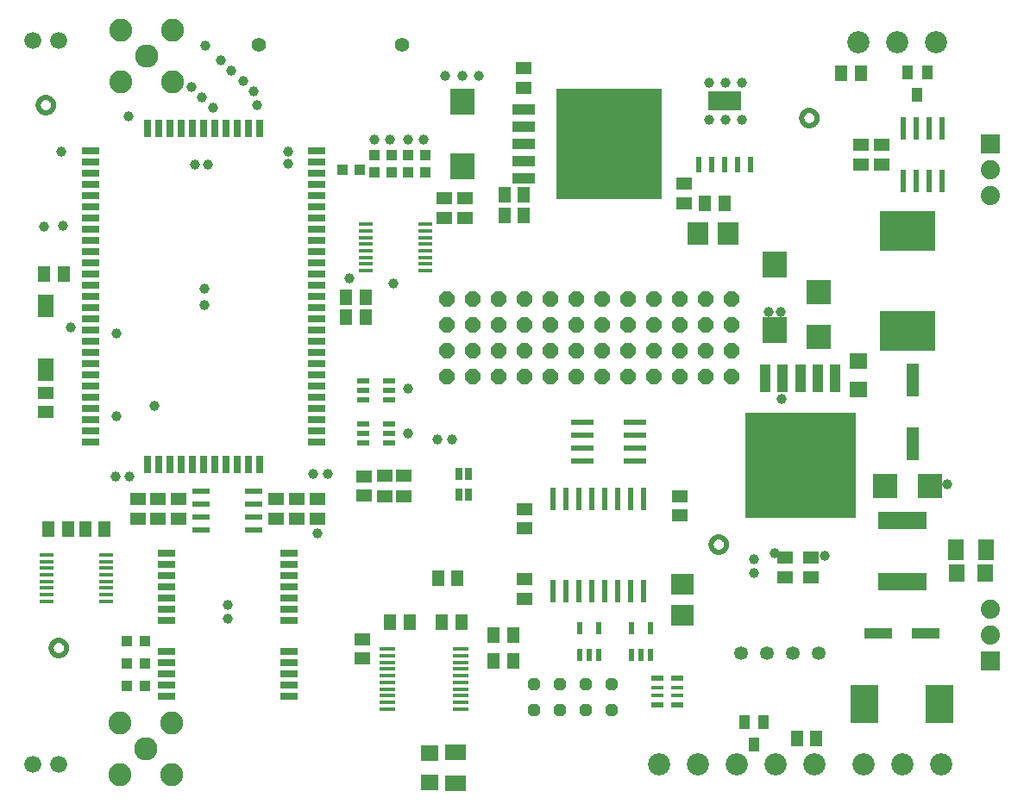
<source format=gts>
G75*
%MOIN*%
%OFA0B0*%
%FSLAX24Y24*%
%IPPOS*%
%LPD*%
%AMOC8*
5,1,8,0,0,1.08239X$1,22.5*
%
%ADD10R,0.0945X0.0945*%
%ADD11R,0.2126X0.1575*%
%ADD12R,0.0945X0.1024*%
%ADD13R,0.1102X0.1496*%
%ADD14R,0.0512X0.1299*%
%ADD15C,0.0860*%
%ADD16R,0.0591X0.0512*%
%ADD17R,0.0591X0.0787*%
%ADD18R,0.0630X0.0710*%
%ADD19R,0.4252X0.4098*%
%ADD20R,0.0420X0.1050*%
%ADD21R,0.0709X0.0315*%
%ADD22R,0.0315X0.0709*%
%ADD23R,0.0512X0.0591*%
%ADD24R,0.0591X0.0157*%
%ADD25OC8,0.0480*%
%ADD26R,0.0394X0.0551*%
%ADD27R,0.0453X0.0173*%
%ADD28R,0.0453X0.0248*%
%ADD29R,0.0787X0.0591*%
%ADD30R,0.0710X0.0630*%
%ADD31R,0.4098X0.4252*%
%ADD32R,0.0850X0.0420*%
%ADD33R,0.0394X0.0433*%
%ADD34R,0.0630X0.0906*%
%ADD35C,0.0551*%
%ADD36R,0.0220X0.0900*%
%ADD37C,0.0531*%
%ADD38R,0.0866X0.0787*%
%ADD39C,0.0900*%
%ADD40C,0.0886*%
%ADD41R,0.0787X0.0866*%
%ADD42R,0.0220X0.0500*%
%ADD43R,0.0580X0.0140*%
%ADD44R,0.0709X0.0630*%
%ADD45R,0.0591X0.0472*%
%ADD46R,0.0740X0.0740*%
%ADD47C,0.0740*%
%ADD48C,0.0660*%
%ADD49R,0.0500X0.0220*%
%ADD50R,0.0870X0.0240*%
%ADD51R,0.0236X0.0866*%
%ADD52R,0.0630X0.0512*%
%ADD53R,0.1102X0.0394*%
%ADD54R,0.1850X0.0689*%
%ADD55R,0.0433X0.0394*%
%ADD56R,0.0240X0.0640*%
%ADD57R,0.1250X0.0730*%
%ADD58OC8,0.0600*%
%ADD59C,0.0197*%
%ADD60R,0.0670X0.0210*%
%ADD61R,0.0250X0.0500*%
%ADD62C,0.0394*%
D10*
X038789Y020648D03*
X038789Y022380D03*
X041356Y014884D03*
X043088Y014884D03*
D11*
X042216Y020888D03*
X042216Y024746D03*
D12*
X037080Y023443D03*
X037080Y020923D03*
X025023Y027242D03*
X025023Y029762D03*
D13*
X040549Y006439D03*
X043462Y006439D03*
D14*
X042423Y016528D03*
X042423Y018988D03*
D15*
X041809Y032030D03*
X043309Y032030D03*
X040309Y032030D03*
X040502Y004109D03*
X042002Y004109D03*
X043502Y004109D03*
X038604Y004109D03*
X037104Y004109D03*
X035604Y004109D03*
X034104Y004109D03*
X032604Y004109D03*
D16*
X027411Y010526D03*
X027411Y011274D03*
X027411Y013234D03*
X027411Y013983D03*
X033423Y013734D03*
X033423Y014483D03*
X021218Y014502D03*
X021218Y015250D03*
X019407Y014372D03*
X018620Y014372D03*
X018620Y013624D03*
X019407Y013624D03*
X017832Y013624D03*
X017832Y014372D03*
X014053Y014372D03*
X014053Y013624D03*
X013265Y013624D03*
X012478Y013624D03*
X012478Y014372D03*
X013265Y014372D03*
X008923Y017734D03*
X008923Y018483D03*
X021165Y008955D03*
X021165Y008207D03*
X024303Y025248D03*
X024303Y025996D03*
X025104Y025996D03*
X025104Y025248D03*
X027387Y030294D03*
X027387Y031043D03*
X033598Y026573D03*
X033598Y025825D03*
X040431Y027325D03*
X040431Y028073D03*
D17*
X044082Y012408D03*
X045263Y012408D03*
D18*
X045233Y011508D03*
X044113Y011508D03*
D19*
X038069Y015675D03*
D20*
X038069Y019055D03*
X038739Y019055D03*
X039409Y019055D03*
X037399Y019055D03*
X036729Y019055D03*
D21*
X019393Y019177D03*
X019393Y018744D03*
X019393Y018311D03*
X019393Y017878D03*
X019393Y017445D03*
X019393Y017012D03*
X019393Y016579D03*
X019393Y019610D03*
X019393Y020043D03*
X019393Y020476D03*
X019393Y020909D03*
X019393Y021342D03*
X019393Y021775D03*
X019393Y022209D03*
X019393Y022642D03*
X019393Y023075D03*
X019393Y023508D03*
X019393Y023941D03*
X019393Y024374D03*
X019393Y024807D03*
X019393Y025240D03*
X019393Y025673D03*
X019393Y026106D03*
X019393Y026539D03*
X019393Y026972D03*
X019393Y027405D03*
X019393Y027838D03*
X010653Y027838D03*
X010653Y027405D03*
X010653Y026972D03*
X010653Y026539D03*
X010653Y026106D03*
X010653Y025673D03*
X010653Y025240D03*
X010653Y024807D03*
X010653Y024374D03*
X010653Y023941D03*
X010653Y023508D03*
X010653Y023075D03*
X010653Y022642D03*
X010653Y022209D03*
X010653Y021775D03*
X010653Y021342D03*
X010653Y020909D03*
X010653Y020476D03*
X010653Y020043D03*
X010653Y019610D03*
X010653Y019177D03*
X010653Y018744D03*
X010653Y018311D03*
X010653Y017878D03*
X010653Y017445D03*
X010653Y017012D03*
X010653Y016579D03*
X013580Y012266D03*
X013580Y011833D03*
X013580Y011400D03*
X013580Y010967D03*
X013580Y010534D03*
X013580Y010101D03*
X013580Y009668D03*
X013580Y008486D03*
X013580Y008053D03*
X013580Y007620D03*
X013580Y007187D03*
X013580Y006754D03*
X018305Y006754D03*
X018305Y007187D03*
X018305Y007620D03*
X018305Y008053D03*
X018305Y008486D03*
X018305Y009668D03*
X018305Y010101D03*
X018305Y010534D03*
X018305Y010967D03*
X018305Y011400D03*
X018305Y011833D03*
X018305Y012266D03*
D22*
X017188Y015712D03*
X016755Y015712D03*
X016322Y015712D03*
X015889Y015712D03*
X015456Y015712D03*
X015023Y015712D03*
X014590Y015712D03*
X014157Y015712D03*
X013724Y015712D03*
X013291Y015712D03*
X012857Y015712D03*
X012857Y028705D03*
X013291Y028705D03*
X013724Y028705D03*
X014157Y028705D03*
X014590Y028705D03*
X015023Y028705D03*
X015456Y028705D03*
X015889Y028705D03*
X016322Y028705D03*
X016755Y028705D03*
X017188Y028705D03*
D23*
X009612Y023085D03*
X008864Y023085D03*
X020529Y022187D03*
X021277Y022187D03*
X021277Y021400D03*
X020529Y021400D03*
X026649Y025337D03*
X027397Y025337D03*
X027397Y026140D03*
X026649Y026140D03*
X034387Y025809D03*
X035135Y025809D03*
X039663Y030849D03*
X040411Y030849D03*
X024828Y011313D03*
X024080Y011313D03*
X024230Y009609D03*
X024978Y009609D03*
X026230Y009109D03*
X026978Y009109D03*
X026978Y008109D03*
X026230Y008109D03*
X022978Y009609D03*
X022230Y009609D03*
X011198Y013211D03*
X010450Y013211D03*
X009781Y013211D03*
X009033Y013211D03*
X037935Y005116D03*
X038683Y005116D03*
D24*
X024965Y006262D03*
X024965Y006518D03*
X024965Y006773D03*
X024965Y007029D03*
X024965Y007285D03*
X024965Y007541D03*
X024965Y007797D03*
X024965Y008053D03*
X024965Y008309D03*
X024965Y008565D03*
X022111Y008565D03*
X022111Y008309D03*
X022111Y008053D03*
X022111Y007797D03*
X022111Y007541D03*
X022111Y007285D03*
X022111Y007029D03*
X022111Y006773D03*
X022111Y006518D03*
X022111Y006262D03*
D25*
X027791Y006209D03*
X028791Y006209D03*
X029791Y006209D03*
X030791Y006209D03*
X030791Y007209D03*
X029791Y007209D03*
X028791Y007209D03*
X027791Y007209D03*
D26*
X035915Y005734D03*
X036663Y005734D03*
X036289Y004868D03*
X042596Y030022D03*
X042222Y030888D03*
X042970Y030888D03*
D27*
X033322Y007089D03*
X033322Y006774D03*
X032555Y006774D03*
X032555Y007089D03*
D28*
X032555Y007441D03*
X033322Y007441D03*
X033322Y006421D03*
X032555Y006421D03*
D29*
X024750Y004569D03*
X024750Y003388D03*
D30*
X023750Y003419D03*
X023750Y004538D03*
D31*
X030667Y028109D03*
D32*
X027387Y028109D03*
X027387Y028779D03*
X027387Y029449D03*
X027387Y027439D03*
X027387Y026769D03*
D33*
X023573Y027024D03*
X022923Y027024D03*
X022923Y027693D03*
X023573Y027693D03*
X022273Y027693D03*
X021623Y027693D03*
X021623Y027024D03*
X021057Y027109D03*
X020388Y027109D03*
X022273Y027024D03*
X012734Y008014D03*
X012065Y008014D03*
X012065Y007148D03*
X012734Y007148D03*
D34*
X008923Y019368D03*
X008923Y021849D03*
D35*
X017163Y031951D03*
X022675Y031951D03*
D36*
X028504Y014389D03*
X029004Y014389D03*
X029504Y014389D03*
X030004Y014389D03*
X030504Y014389D03*
X031004Y014389D03*
X031504Y014389D03*
X032004Y014389D03*
X032004Y010829D03*
X031504Y010829D03*
X031004Y010829D03*
X030504Y010829D03*
X030004Y010829D03*
X029504Y010829D03*
X029004Y010829D03*
X028504Y010829D03*
D37*
X035781Y008408D03*
X036781Y008408D03*
X037781Y008408D03*
X038781Y008408D03*
D38*
X033531Y009894D03*
X033531Y011075D03*
D39*
X012793Y004707D03*
X012817Y031502D03*
D40*
X013820Y030498D03*
X011813Y030498D03*
X011813Y032506D03*
X013820Y032506D03*
X013797Y005711D03*
X011789Y005711D03*
X011789Y003703D03*
X013797Y003703D03*
D41*
X034108Y024652D03*
X035289Y024652D03*
D42*
X032293Y009369D03*
X031553Y009369D03*
X031553Y008349D03*
X031923Y008349D03*
X032293Y008349D03*
X030293Y008349D03*
X029923Y008349D03*
X029553Y008349D03*
X029553Y009369D03*
X030293Y009369D03*
D43*
X023573Y023209D03*
X023573Y023469D03*
X023573Y023729D03*
X023573Y023979D03*
X023573Y024239D03*
X023573Y024489D03*
X023573Y024749D03*
X023573Y025009D03*
X021273Y025009D03*
X021273Y024749D03*
X021273Y024489D03*
X021273Y024239D03*
X021273Y023979D03*
X021273Y023729D03*
X021273Y023469D03*
X021273Y023209D03*
X011266Y012221D03*
X011266Y011961D03*
X011266Y011701D03*
X011266Y011451D03*
X011266Y011191D03*
X011266Y010941D03*
X011266Y010681D03*
X011266Y010421D03*
X008966Y010421D03*
X008966Y010681D03*
X008966Y010941D03*
X008966Y011191D03*
X008966Y011451D03*
X008966Y011701D03*
X008966Y011961D03*
X008966Y012221D03*
D44*
X040324Y018624D03*
X040324Y019727D03*
D45*
X038492Y012128D03*
X038492Y011341D03*
X037492Y011341D03*
X037492Y012128D03*
X022752Y014483D03*
X022002Y014483D03*
X022002Y015270D03*
X022752Y015270D03*
D46*
X045423Y008109D03*
X045423Y028109D03*
D47*
X045423Y027109D03*
X045423Y026109D03*
X045423Y010109D03*
X045423Y009109D03*
D48*
X008423Y004109D03*
X009423Y004109D03*
X009423Y032109D03*
X008423Y032109D03*
D49*
X021177Y018959D03*
X021177Y018589D03*
X021177Y018219D03*
X022197Y018219D03*
X022197Y018589D03*
X022197Y018959D03*
X022197Y017274D03*
X022197Y016904D03*
X022197Y016534D03*
X021177Y016534D03*
X021177Y016904D03*
X021177Y017274D03*
D50*
X029637Y017347D03*
X029637Y016847D03*
X029637Y016347D03*
X029637Y015847D03*
X031697Y015847D03*
X031697Y016347D03*
X031697Y016847D03*
X031697Y017347D03*
D51*
X042043Y026675D03*
X042543Y026675D03*
X043043Y026675D03*
X043543Y026675D03*
X043543Y028723D03*
X043043Y028723D03*
X042543Y028723D03*
X042043Y028723D03*
D52*
X041218Y028093D03*
X041218Y027305D03*
D53*
X041080Y009195D03*
X042931Y009195D03*
D54*
X042006Y011164D03*
X042006Y013546D03*
D55*
X012734Y008880D03*
X012065Y008880D03*
D56*
X034155Y027305D03*
X034655Y027305D03*
X035155Y027305D03*
X035655Y027305D03*
X036155Y027305D03*
D57*
X035155Y029775D03*
D58*
X035423Y022109D03*
X034423Y022109D03*
X033423Y022109D03*
X032423Y022109D03*
X031423Y022109D03*
X030423Y022109D03*
X029423Y022109D03*
X028423Y022109D03*
X027423Y022109D03*
X026423Y022109D03*
X025423Y022109D03*
X024423Y022109D03*
X024423Y021109D03*
X025423Y021109D03*
X026423Y021109D03*
X027423Y021109D03*
X028423Y021109D03*
X029423Y021109D03*
X030423Y021109D03*
X031423Y021109D03*
X032423Y021109D03*
X033423Y021109D03*
X034423Y021109D03*
X035423Y021109D03*
X035423Y020109D03*
X034423Y020109D03*
X033423Y020109D03*
X032423Y020109D03*
X031423Y020109D03*
X030423Y020109D03*
X029423Y020109D03*
X028423Y020109D03*
X027423Y020109D03*
X026423Y020109D03*
X025423Y020109D03*
X024423Y020109D03*
X024423Y019109D03*
X025423Y019109D03*
X026423Y019109D03*
X027423Y019109D03*
X028423Y019109D03*
X029423Y019109D03*
X030423Y019109D03*
X031423Y019109D03*
X032423Y019109D03*
X033423Y019109D03*
X034423Y019109D03*
X035423Y019109D03*
D59*
X034628Y012609D02*
X034630Y012576D01*
X034635Y012543D01*
X034645Y012512D01*
X034657Y012481D01*
X034673Y012452D01*
X034692Y012425D01*
X034714Y012400D01*
X034739Y012378D01*
X034766Y012359D01*
X034795Y012343D01*
X034826Y012331D01*
X034857Y012321D01*
X034890Y012316D01*
X034923Y012314D01*
X034956Y012316D01*
X034989Y012321D01*
X035020Y012331D01*
X035051Y012343D01*
X035080Y012359D01*
X035107Y012378D01*
X035132Y012400D01*
X035154Y012425D01*
X035173Y012452D01*
X035189Y012481D01*
X035201Y012512D01*
X035211Y012543D01*
X035216Y012576D01*
X035218Y012609D01*
X035216Y012642D01*
X035211Y012675D01*
X035201Y012706D01*
X035189Y012737D01*
X035173Y012766D01*
X035154Y012793D01*
X035132Y012818D01*
X035107Y012840D01*
X035080Y012859D01*
X035051Y012875D01*
X035020Y012887D01*
X034989Y012897D01*
X034956Y012902D01*
X034923Y012904D01*
X034890Y012902D01*
X034857Y012897D01*
X034826Y012887D01*
X034795Y012875D01*
X034766Y012859D01*
X034739Y012840D01*
X034714Y012818D01*
X034692Y012793D01*
X034673Y012766D01*
X034657Y012737D01*
X034645Y012706D01*
X034635Y012675D01*
X034630Y012642D01*
X034628Y012609D01*
X038423Y028814D02*
X038390Y028816D01*
X038357Y028821D01*
X038326Y028831D01*
X038295Y028843D01*
X038266Y028859D01*
X038239Y028878D01*
X038214Y028900D01*
X038192Y028925D01*
X038173Y028952D01*
X038157Y028981D01*
X038145Y029012D01*
X038135Y029043D01*
X038130Y029076D01*
X038128Y029109D01*
X038423Y028814D02*
X038456Y028816D01*
X038489Y028821D01*
X038520Y028831D01*
X038551Y028843D01*
X038580Y028859D01*
X038607Y028878D01*
X038632Y028900D01*
X038654Y028925D01*
X038673Y028952D01*
X038689Y028981D01*
X038701Y029012D01*
X038711Y029043D01*
X038716Y029076D01*
X038718Y029109D01*
X038716Y029142D01*
X038711Y029175D01*
X038701Y029206D01*
X038689Y029237D01*
X038673Y029266D01*
X038654Y029293D01*
X038632Y029318D01*
X038607Y029340D01*
X038580Y029359D01*
X038551Y029375D01*
X038520Y029387D01*
X038489Y029397D01*
X038456Y029402D01*
X038423Y029404D01*
X038390Y029402D01*
X038357Y029397D01*
X038326Y029387D01*
X038295Y029375D01*
X038266Y029359D01*
X038239Y029340D01*
X038214Y029318D01*
X038192Y029293D01*
X038173Y029266D01*
X038157Y029237D01*
X038145Y029206D01*
X038135Y029175D01*
X038130Y029142D01*
X038128Y029109D01*
X009423Y008314D02*
X009390Y008316D01*
X009357Y008321D01*
X009326Y008331D01*
X009295Y008343D01*
X009266Y008359D01*
X009239Y008378D01*
X009214Y008400D01*
X009192Y008425D01*
X009173Y008452D01*
X009157Y008481D01*
X009145Y008512D01*
X009135Y008543D01*
X009130Y008576D01*
X009128Y008609D01*
X009423Y008314D02*
X009456Y008316D01*
X009489Y008321D01*
X009520Y008331D01*
X009551Y008343D01*
X009580Y008359D01*
X009607Y008378D01*
X009632Y008400D01*
X009654Y008425D01*
X009673Y008452D01*
X009689Y008481D01*
X009701Y008512D01*
X009711Y008543D01*
X009716Y008576D01*
X009718Y008609D01*
X009716Y008642D01*
X009711Y008675D01*
X009701Y008706D01*
X009689Y008737D01*
X009673Y008766D01*
X009654Y008793D01*
X009632Y008818D01*
X009607Y008840D01*
X009580Y008859D01*
X009551Y008875D01*
X009520Y008887D01*
X009489Y008897D01*
X009456Y008902D01*
X009423Y008904D01*
X009390Y008902D01*
X009357Y008897D01*
X009326Y008887D01*
X009295Y008875D01*
X009266Y008859D01*
X009239Y008840D01*
X009214Y008818D01*
X009192Y008793D01*
X009173Y008766D01*
X009157Y008737D01*
X009145Y008706D01*
X009135Y008675D01*
X009130Y008642D01*
X009128Y008609D01*
X008923Y029314D02*
X008890Y029316D01*
X008857Y029321D01*
X008826Y029331D01*
X008795Y029343D01*
X008766Y029359D01*
X008739Y029378D01*
X008714Y029400D01*
X008692Y029425D01*
X008673Y029452D01*
X008657Y029481D01*
X008645Y029512D01*
X008635Y029543D01*
X008630Y029576D01*
X008628Y029609D01*
X008923Y029314D02*
X008956Y029316D01*
X008989Y029321D01*
X009020Y029331D01*
X009051Y029343D01*
X009080Y029359D01*
X009107Y029378D01*
X009132Y029400D01*
X009154Y029425D01*
X009173Y029452D01*
X009189Y029481D01*
X009201Y029512D01*
X009211Y029543D01*
X009216Y029576D01*
X009218Y029609D01*
X009216Y029642D01*
X009211Y029675D01*
X009201Y029706D01*
X009189Y029737D01*
X009173Y029766D01*
X009154Y029793D01*
X009132Y029818D01*
X009107Y029840D01*
X009080Y029859D01*
X009051Y029875D01*
X009020Y029887D01*
X008989Y029897D01*
X008956Y029902D01*
X008923Y029904D01*
X008890Y029902D01*
X008857Y029897D01*
X008826Y029887D01*
X008795Y029875D01*
X008766Y029859D01*
X008739Y029840D01*
X008714Y029818D01*
X008692Y029793D01*
X008673Y029766D01*
X008657Y029737D01*
X008645Y029706D01*
X008635Y029675D01*
X008630Y029642D01*
X008628Y029609D01*
D60*
X014923Y014670D03*
X014923Y014170D03*
X014923Y013670D03*
X014923Y013170D03*
X016963Y013170D03*
X016963Y013670D03*
X016963Y014170D03*
X016963Y014670D03*
D61*
X024899Y014549D03*
X025254Y014549D03*
X025254Y015337D03*
X024899Y015337D03*
D62*
X024604Y016675D03*
X024053Y016675D03*
X022904Y016901D03*
X022904Y018633D03*
X019801Y015337D03*
X019250Y015337D03*
X019407Y013053D03*
X015945Y010264D03*
X015943Y009746D03*
X012163Y015258D03*
X011612Y015258D03*
X011643Y017587D03*
X013110Y017981D03*
X011643Y020789D03*
X009883Y021029D03*
X008837Y024927D03*
X009583Y024949D03*
X009503Y027829D03*
X012123Y029189D03*
X014563Y030296D03*
X014957Y029902D03*
X015374Y029511D03*
X016555Y030546D03*
X016943Y030161D03*
X017094Y029617D03*
X016077Y030949D03*
X015677Y031350D03*
X015090Y031907D03*
X018277Y027829D03*
X018277Y027349D03*
X015178Y027316D03*
X014699Y027316D03*
X020640Y022906D03*
X022353Y022727D03*
X022203Y028289D03*
X021603Y028289D03*
X022923Y028289D03*
X023523Y028289D03*
X024363Y030761D03*
X025003Y030761D03*
X025643Y030761D03*
X029360Y028888D03*
X029360Y028101D03*
X030147Y028101D03*
X030147Y028888D03*
X030935Y028888D03*
X030935Y028101D03*
X030935Y027234D03*
X030147Y027234D03*
X029360Y027234D03*
X034557Y029046D03*
X035187Y029046D03*
X035817Y029046D03*
X035817Y030463D03*
X035187Y030463D03*
X034557Y030463D03*
X036840Y021628D03*
X037313Y021628D03*
X037360Y018250D03*
X037234Y017049D03*
X038100Y017049D03*
X038966Y017049D03*
X038966Y016183D03*
X038966Y015317D03*
X038100Y015317D03*
X037234Y015317D03*
X037234Y016183D03*
X038100Y016183D03*
X037084Y012266D03*
X036289Y012034D03*
X036289Y011510D03*
X039013Y012187D03*
X043738Y014943D03*
X015037Y021872D03*
X015049Y022513D03*
M02*

</source>
